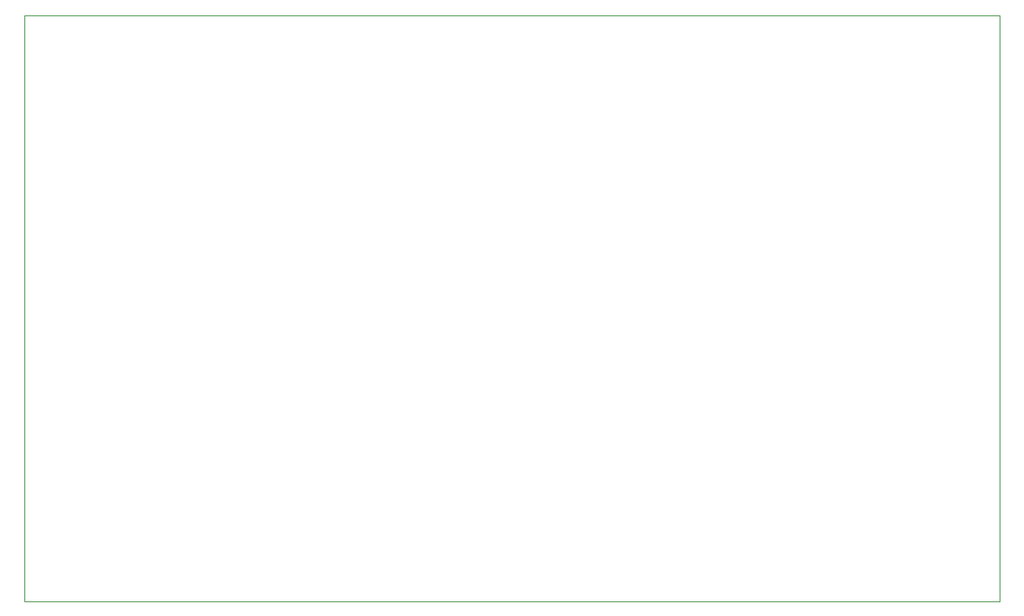
<source format=gbr>
%TF.GenerationSoftware,KiCad,Pcbnew,8.0.5*%
%TF.CreationDate,2024-12-04T22:32:08+01:00*%
%TF.ProjectId,ESP-Unit,4553502d-556e-4697-942e-6b696361645f,rev?*%
%TF.SameCoordinates,Original*%
%TF.FileFunction,Profile,NP*%
%FSLAX46Y46*%
G04 Gerber Fmt 4.6, Leading zero omitted, Abs format (unit mm)*
G04 Created by KiCad (PCBNEW 8.0.5) date 2024-12-04 22:32:08*
%MOMM*%
%LPD*%
G01*
G04 APERTURE LIST*
%TA.AperFunction,Profile*%
%ADD10C,0.050000*%
%TD*%
G04 APERTURE END LIST*
D10*
X152400000Y-50622000D02*
X254000000Y-50622000D01*
X254000000Y-111760000D01*
X152400000Y-111760000D01*
X152400000Y-50622000D01*
M02*

</source>
